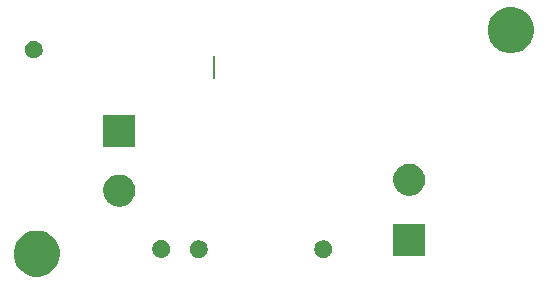
<source format=gbr>
G04 #@! TF.GenerationSoftware,KiCad,Pcbnew,5.0.2+dfsg1-1*
G04 #@! TF.CreationDate,2020-04-05T23:11:44-04:00*
G04 #@! TF.ProjectId,vreg-741,76726567-2d37-4343-912e-6b696361645f,rev?*
G04 #@! TF.SameCoordinates,Original*
G04 #@! TF.FileFunction,Soldermask,Bot*
G04 #@! TF.FilePolarity,Negative*
%FSLAX46Y46*%
G04 Gerber Fmt 4.6, Leading zero omitted, Abs format (unit mm)*
G04 Created by KiCad (PCBNEW 5.0.2+dfsg1-1) date Sun 05 Apr 2020 11:11:44 PM EDT*
%MOMM*%
%LPD*%
G01*
G04 APERTURE LIST*
%ADD10C,0.015875*%
%ADD11C,0.100000*%
G04 APERTURE END LIST*
D10*
X183105273Y-73518485D02*
X183168773Y-73518485D01*
X183138535Y-73518485D02*
X183138535Y-73482200D01*
X183105273Y-73482200D02*
X183168773Y-73482200D01*
X183108297Y-73427771D02*
X183105273Y-73433819D01*
X183105273Y-73445914D01*
X183108297Y-73451961D01*
X183114345Y-73454985D01*
X183138535Y-73454985D01*
X183144583Y-73451961D01*
X183147607Y-73445914D01*
X183147607Y-73433819D01*
X183144583Y-73427771D01*
X183138535Y-73424747D01*
X183132488Y-73424747D01*
X183126440Y-73454985D01*
X183147607Y-73355200D02*
X183105273Y-73343104D01*
X183135511Y-73331009D01*
X183105273Y-73318914D01*
X183147607Y-73306819D01*
X183105273Y-73282628D02*
X183168773Y-73282628D01*
X183105273Y-73255414D02*
X183138535Y-73255414D01*
X183144583Y-73258438D01*
X183147607Y-73264485D01*
X183147607Y-73273557D01*
X183144583Y-73279604D01*
X183141559Y-73282628D01*
X183105273Y-73216104D02*
X183108297Y-73222152D01*
X183111321Y-73225176D01*
X183117369Y-73228200D01*
X183135511Y-73228200D01*
X183141559Y-73225176D01*
X183144583Y-73222152D01*
X183147607Y-73216104D01*
X183147607Y-73207033D01*
X183144583Y-73200985D01*
X183141559Y-73197961D01*
X183135511Y-73194938D01*
X183117369Y-73194938D01*
X183111321Y-73197961D01*
X183108297Y-73200985D01*
X183105273Y-73207033D01*
X183105273Y-73216104D01*
X183105273Y-73119342D02*
X183168773Y-73119342D01*
X183105273Y-73092128D02*
X183138535Y-73092128D01*
X183144583Y-73095152D01*
X183147607Y-73101200D01*
X183147607Y-73110271D01*
X183144583Y-73116319D01*
X183141559Y-73119342D01*
X183108297Y-73037700D02*
X183105273Y-73043747D01*
X183105273Y-73055842D01*
X183108297Y-73061890D01*
X183114345Y-73064914D01*
X183138535Y-73064914D01*
X183144583Y-73061890D01*
X183147607Y-73055842D01*
X183147607Y-73043747D01*
X183144583Y-73037700D01*
X183138535Y-73034676D01*
X183132488Y-73034676D01*
X183126440Y-73064914D01*
X183108297Y-73010485D02*
X183105273Y-73004438D01*
X183105273Y-72992342D01*
X183108297Y-72986295D01*
X183114345Y-72983271D01*
X183117369Y-72983271D01*
X183123416Y-72986295D01*
X183126440Y-72992342D01*
X183126440Y-73001414D01*
X183129464Y-73007461D01*
X183135511Y-73010485D01*
X183138535Y-73010485D01*
X183144583Y-73007461D01*
X183147607Y-73001414D01*
X183147607Y-72992342D01*
X183144583Y-72986295D01*
X183105273Y-72956057D02*
X183147607Y-72956057D01*
X183168773Y-72956057D02*
X183165750Y-72959080D01*
X183162726Y-72956057D01*
X183165750Y-72953033D01*
X183168773Y-72956057D01*
X183162726Y-72956057D01*
X183108297Y-72928842D02*
X183105273Y-72922795D01*
X183105273Y-72910700D01*
X183108297Y-72904652D01*
X183114345Y-72901628D01*
X183117369Y-72901628D01*
X183123416Y-72904652D01*
X183126440Y-72910700D01*
X183126440Y-72919771D01*
X183129464Y-72925819D01*
X183135511Y-72928842D01*
X183138535Y-72928842D01*
X183144583Y-72925819D01*
X183147607Y-72919771D01*
X183147607Y-72910700D01*
X183144583Y-72904652D01*
X183147607Y-72883485D02*
X183147607Y-72859295D01*
X183168773Y-72874414D02*
X183114345Y-72874414D01*
X183108297Y-72871390D01*
X183105273Y-72865342D01*
X183105273Y-72859295D01*
X183105273Y-72810914D02*
X183138535Y-72810914D01*
X183144583Y-72813938D01*
X183147607Y-72819985D01*
X183147607Y-72832080D01*
X183144583Y-72838128D01*
X183108297Y-72810914D02*
X183105273Y-72816961D01*
X183105273Y-72832080D01*
X183108297Y-72838128D01*
X183114345Y-72841152D01*
X183120392Y-72841152D01*
X183126440Y-72838128D01*
X183129464Y-72832080D01*
X183129464Y-72816961D01*
X183132488Y-72810914D01*
X183147607Y-72789747D02*
X183147607Y-72765557D01*
X183168773Y-72780676D02*
X183114345Y-72780676D01*
X183108297Y-72777652D01*
X183105273Y-72771604D01*
X183105273Y-72765557D01*
X183108297Y-72720200D02*
X183105273Y-72726247D01*
X183105273Y-72738342D01*
X183108297Y-72744390D01*
X183114345Y-72747414D01*
X183138535Y-72747414D01*
X183144583Y-72744390D01*
X183147607Y-72738342D01*
X183147607Y-72726247D01*
X183144583Y-72720200D01*
X183138535Y-72717176D01*
X183132488Y-72717176D01*
X183126440Y-72747414D01*
X183108297Y-72692985D02*
X183105273Y-72686938D01*
X183105273Y-72674842D01*
X183108297Y-72668795D01*
X183114345Y-72665771D01*
X183117369Y-72665771D01*
X183123416Y-72668795D01*
X183126440Y-72674842D01*
X183126440Y-72683914D01*
X183129464Y-72689961D01*
X183135511Y-72692985D01*
X183138535Y-72692985D01*
X183144583Y-72689961D01*
X183147607Y-72683914D01*
X183147607Y-72674842D01*
X183144583Y-72668795D01*
X183105273Y-72590176D02*
X183147607Y-72590176D01*
X183168773Y-72590176D02*
X183165750Y-72593200D01*
X183162726Y-72590176D01*
X183165750Y-72587152D01*
X183168773Y-72590176D01*
X183162726Y-72590176D01*
X183108297Y-72562961D02*
X183105273Y-72556914D01*
X183105273Y-72544819D01*
X183108297Y-72538771D01*
X183114345Y-72535747D01*
X183117369Y-72535747D01*
X183123416Y-72538771D01*
X183126440Y-72544819D01*
X183126440Y-72553890D01*
X183129464Y-72559938D01*
X183135511Y-72562961D01*
X183138535Y-72562961D01*
X183144583Y-72559938D01*
X183147607Y-72553890D01*
X183147607Y-72544819D01*
X183144583Y-72538771D01*
X183108297Y-72463176D02*
X183105273Y-72457128D01*
X183105273Y-72445033D01*
X183108297Y-72438985D01*
X183114345Y-72435961D01*
X183117369Y-72435961D01*
X183123416Y-72438985D01*
X183126440Y-72445033D01*
X183126440Y-72454104D01*
X183129464Y-72460152D01*
X183135511Y-72463176D01*
X183138535Y-72463176D01*
X183144583Y-72460152D01*
X183147607Y-72454104D01*
X183147607Y-72445033D01*
X183144583Y-72438985D01*
X183105273Y-72399676D02*
X183108297Y-72405723D01*
X183111321Y-72408747D01*
X183117369Y-72411771D01*
X183135511Y-72411771D01*
X183141559Y-72408747D01*
X183144583Y-72405723D01*
X183147607Y-72399676D01*
X183147607Y-72390604D01*
X183144583Y-72384557D01*
X183141559Y-72381533D01*
X183135511Y-72378509D01*
X183117369Y-72378509D01*
X183111321Y-72381533D01*
X183108297Y-72384557D01*
X183105273Y-72390604D01*
X183105273Y-72399676D01*
X183105273Y-72351295D02*
X183147607Y-72351295D01*
X183141559Y-72351295D02*
X183144583Y-72348271D01*
X183147607Y-72342223D01*
X183147607Y-72333152D01*
X183144583Y-72327104D01*
X183138535Y-72324080D01*
X183105273Y-72324080D01*
X183138535Y-72324080D02*
X183144583Y-72321057D01*
X183147607Y-72315009D01*
X183147607Y-72305938D01*
X183144583Y-72299890D01*
X183138535Y-72296866D01*
X183105273Y-72296866D01*
X183108297Y-72242438D02*
X183105273Y-72248485D01*
X183105273Y-72260580D01*
X183108297Y-72266628D01*
X183114345Y-72269652D01*
X183138535Y-72269652D01*
X183144583Y-72266628D01*
X183147607Y-72260580D01*
X183147607Y-72248485D01*
X183144583Y-72242438D01*
X183138535Y-72239414D01*
X183132488Y-72239414D01*
X183126440Y-72269652D01*
X183147607Y-72221271D02*
X183147607Y-72197080D01*
X183168773Y-72212200D02*
X183114345Y-72212200D01*
X183108297Y-72209176D01*
X183105273Y-72203128D01*
X183105273Y-72197080D01*
X183105273Y-72175914D02*
X183147607Y-72175914D01*
X183168773Y-72175914D02*
X183165750Y-72178938D01*
X183162726Y-72175914D01*
X183165750Y-72172890D01*
X183168773Y-72175914D01*
X183162726Y-72175914D01*
X183105273Y-72145676D02*
X183147607Y-72145676D01*
X183141559Y-72145676D02*
X183144583Y-72142652D01*
X183147607Y-72136604D01*
X183147607Y-72127533D01*
X183144583Y-72121485D01*
X183138535Y-72118461D01*
X183105273Y-72118461D01*
X183138535Y-72118461D02*
X183144583Y-72115438D01*
X183147607Y-72109390D01*
X183147607Y-72100319D01*
X183144583Y-72094271D01*
X183138535Y-72091247D01*
X183105273Y-72091247D01*
X183108297Y-72036819D02*
X183105273Y-72042866D01*
X183105273Y-72054961D01*
X183108297Y-72061009D01*
X183114345Y-72064033D01*
X183138535Y-72064033D01*
X183144583Y-72061009D01*
X183147607Y-72054961D01*
X183147607Y-72042866D01*
X183144583Y-72036819D01*
X183138535Y-72033795D01*
X183132488Y-72033795D01*
X183126440Y-72064033D01*
X183108297Y-72009604D02*
X183105273Y-72003557D01*
X183105273Y-71991461D01*
X183108297Y-71985414D01*
X183114345Y-71982390D01*
X183117369Y-71982390D01*
X183123416Y-71985414D01*
X183126440Y-71991461D01*
X183126440Y-72000533D01*
X183129464Y-72006580D01*
X183135511Y-72009604D01*
X183138535Y-72009604D01*
X183144583Y-72006580D01*
X183147607Y-72000533D01*
X183147607Y-71991461D01*
X183144583Y-71985414D01*
X183108297Y-71909819D02*
X183105273Y-71903771D01*
X183105273Y-71891676D01*
X183108297Y-71885628D01*
X183114345Y-71882604D01*
X183117369Y-71882604D01*
X183123416Y-71885628D01*
X183126440Y-71891676D01*
X183126440Y-71900747D01*
X183129464Y-71906795D01*
X183135511Y-71909819D01*
X183138535Y-71909819D01*
X183144583Y-71906795D01*
X183147607Y-71900747D01*
X183147607Y-71891676D01*
X183144583Y-71885628D01*
X183105273Y-71828176D02*
X183138535Y-71828176D01*
X183144583Y-71831200D01*
X183147607Y-71837247D01*
X183147607Y-71849342D01*
X183144583Y-71855390D01*
X183108297Y-71828176D02*
X183105273Y-71834223D01*
X183105273Y-71849342D01*
X183108297Y-71855390D01*
X183114345Y-71858414D01*
X183120392Y-71858414D01*
X183126440Y-71855390D01*
X183129464Y-71849342D01*
X183129464Y-71834223D01*
X183132488Y-71828176D01*
X183147607Y-71803985D02*
X183105273Y-71788866D01*
X183147607Y-71773747D01*
X183108297Y-71725366D02*
X183105273Y-71731414D01*
X183105273Y-71743509D01*
X183108297Y-71749557D01*
X183114345Y-71752580D01*
X183138535Y-71752580D01*
X183144583Y-71749557D01*
X183147607Y-71743509D01*
X183147607Y-71731414D01*
X183144583Y-71725366D01*
X183138535Y-71722342D01*
X183132488Y-71722342D01*
X183126440Y-71752580D01*
X183105273Y-71667914D02*
X183168773Y-71667914D01*
X183108297Y-71667914D02*
X183105273Y-71673961D01*
X183105273Y-71686057D01*
X183108297Y-71692104D01*
X183111321Y-71695128D01*
X183117369Y-71698152D01*
X183135511Y-71698152D01*
X183141559Y-71695128D01*
X183144583Y-71692104D01*
X183147607Y-71686057D01*
X183147607Y-71673961D01*
X183144583Y-71667914D01*
D11*
G36*
X168717083Y-86515975D02*
X168717085Y-86515976D01*
X168717086Y-86515976D01*
X169072145Y-86663046D01*
X169072146Y-86663047D01*
X169391693Y-86876561D01*
X169663439Y-87148307D01*
X169663441Y-87148310D01*
X169876954Y-87467855D01*
X170011196Y-87791944D01*
X170024025Y-87822917D01*
X170099000Y-88199842D01*
X170099000Y-88584158D01*
X170069366Y-88733140D01*
X170024024Y-88961086D01*
X169876954Y-89316145D01*
X169876953Y-89316146D01*
X169663439Y-89635693D01*
X169391693Y-89907439D01*
X169391690Y-89907441D01*
X169072145Y-90120954D01*
X168717086Y-90268024D01*
X168717085Y-90268024D01*
X168717083Y-90268025D01*
X168340158Y-90343000D01*
X167955842Y-90343000D01*
X167578917Y-90268025D01*
X167578915Y-90268024D01*
X167578914Y-90268024D01*
X167223855Y-90120954D01*
X166904310Y-89907441D01*
X166904307Y-89907439D01*
X166632561Y-89635693D01*
X166419047Y-89316146D01*
X166419046Y-89316145D01*
X166271976Y-88961086D01*
X166226635Y-88733140D01*
X166197000Y-88584158D01*
X166197000Y-88199842D01*
X166271975Y-87822917D01*
X166284804Y-87791944D01*
X166419046Y-87467855D01*
X166632559Y-87148310D01*
X166632561Y-87148307D01*
X166904307Y-86876561D01*
X167223854Y-86663047D01*
X167223855Y-86663046D01*
X167578914Y-86515976D01*
X167578915Y-86515976D01*
X167578917Y-86515975D01*
X167955842Y-86441000D01*
X168340158Y-86441000D01*
X168717083Y-86515975D01*
X168717083Y-86515975D01*
G37*
G36*
X192537004Y-87271544D02*
X192624059Y-87288860D01*
X192760732Y-87345472D01*
X192760733Y-87345473D01*
X192883738Y-87427662D01*
X192988338Y-87532262D01*
X192988340Y-87532265D01*
X193070528Y-87655268D01*
X193127140Y-87791941D01*
X193156000Y-87937033D01*
X193156000Y-88084967D01*
X193127140Y-88230059D01*
X193070528Y-88366732D01*
X193070527Y-88366733D01*
X192988338Y-88489738D01*
X192883738Y-88594338D01*
X192883735Y-88594340D01*
X192760732Y-88676528D01*
X192624059Y-88733140D01*
X192537004Y-88750456D01*
X192478969Y-88762000D01*
X192331031Y-88762000D01*
X192272996Y-88750456D01*
X192185941Y-88733140D01*
X192049268Y-88676528D01*
X191926265Y-88594340D01*
X191926262Y-88594338D01*
X191821662Y-88489738D01*
X191739473Y-88366733D01*
X191739472Y-88366732D01*
X191682860Y-88230059D01*
X191654000Y-88084967D01*
X191654000Y-87937033D01*
X191682860Y-87791941D01*
X191739472Y-87655268D01*
X191821660Y-87532265D01*
X191821662Y-87532262D01*
X191926262Y-87427662D01*
X192049267Y-87345473D01*
X192049268Y-87345472D01*
X192185941Y-87288860D01*
X192272996Y-87271544D01*
X192331031Y-87260000D01*
X192478969Y-87260000D01*
X192537004Y-87271544D01*
X192537004Y-87271544D01*
G37*
G36*
X181996004Y-87271544D02*
X182083059Y-87288860D01*
X182219732Y-87345472D01*
X182219733Y-87345473D01*
X182342738Y-87427662D01*
X182447338Y-87532262D01*
X182447340Y-87532265D01*
X182529528Y-87655268D01*
X182586140Y-87791941D01*
X182615000Y-87937033D01*
X182615000Y-88084967D01*
X182586140Y-88230059D01*
X182529528Y-88366732D01*
X182529527Y-88366733D01*
X182447338Y-88489738D01*
X182342738Y-88594338D01*
X182342735Y-88594340D01*
X182219732Y-88676528D01*
X182083059Y-88733140D01*
X181996004Y-88750456D01*
X181937969Y-88762000D01*
X181790031Y-88762000D01*
X181731996Y-88750456D01*
X181644941Y-88733140D01*
X181508268Y-88676528D01*
X181385265Y-88594340D01*
X181385262Y-88594338D01*
X181280662Y-88489738D01*
X181198473Y-88366733D01*
X181198472Y-88366732D01*
X181141860Y-88230059D01*
X181113000Y-88084967D01*
X181113000Y-87937033D01*
X181141860Y-87791941D01*
X181198472Y-87655268D01*
X181280660Y-87532265D01*
X181280662Y-87532262D01*
X181385262Y-87427662D01*
X181508267Y-87345473D01*
X181508268Y-87345472D01*
X181644941Y-87288860D01*
X181731996Y-87271544D01*
X181790031Y-87260000D01*
X181937969Y-87260000D01*
X181996004Y-87271544D01*
X181996004Y-87271544D01*
G37*
G36*
X178818269Y-87260000D02*
X178908059Y-87277860D01*
X179044732Y-87334472D01*
X179061196Y-87345473D01*
X179167738Y-87416662D01*
X179272338Y-87521262D01*
X179272340Y-87521265D01*
X179354528Y-87644268D01*
X179411140Y-87780941D01*
X179440000Y-87926033D01*
X179440000Y-88073967D01*
X179411140Y-88219059D01*
X179354528Y-88355732D01*
X179354527Y-88355733D01*
X179272338Y-88478738D01*
X179167738Y-88583338D01*
X179167735Y-88583340D01*
X179044732Y-88665528D01*
X178908059Y-88722140D01*
X178821004Y-88739456D01*
X178762969Y-88751000D01*
X178615031Y-88751000D01*
X178556996Y-88739456D01*
X178469941Y-88722140D01*
X178333268Y-88665528D01*
X178210265Y-88583340D01*
X178210262Y-88583338D01*
X178105662Y-88478738D01*
X178023473Y-88355733D01*
X178023472Y-88355732D01*
X177966860Y-88219059D01*
X177938000Y-88073967D01*
X177938000Y-87926033D01*
X177966860Y-87780941D01*
X178023472Y-87644268D01*
X178105660Y-87521265D01*
X178105662Y-87521262D01*
X178210262Y-87416662D01*
X178316804Y-87345473D01*
X178333268Y-87334472D01*
X178469941Y-87277860D01*
X178559731Y-87260000D01*
X178615031Y-87249000D01*
X178762969Y-87249000D01*
X178818269Y-87260000D01*
X178818269Y-87260000D01*
G37*
G36*
X201045800Y-88574600D02*
X198343800Y-88574600D01*
X198343800Y-85872600D01*
X201045800Y-85872600D01*
X201045800Y-88574600D01*
X201045800Y-88574600D01*
G37*
G36*
X175396567Y-81732959D02*
X175527072Y-81758918D01*
X175772939Y-81860759D01*
X175993464Y-82008110D01*
X175994215Y-82008612D01*
X176182388Y-82196785D01*
X176182390Y-82196788D01*
X176330241Y-82418061D01*
X176379785Y-82537672D01*
X176432082Y-82663929D01*
X176484000Y-82924937D01*
X176484000Y-83191063D01*
X176458041Y-83321567D01*
X176432082Y-83452072D01*
X176330241Y-83697939D01*
X176182890Y-83918464D01*
X176182388Y-83919215D01*
X175994215Y-84107388D01*
X175994212Y-84107390D01*
X175772939Y-84255241D01*
X175527072Y-84357082D01*
X175396567Y-84383041D01*
X175266063Y-84409000D01*
X174999937Y-84409000D01*
X174869433Y-84383041D01*
X174738928Y-84357082D01*
X174493061Y-84255241D01*
X174271788Y-84107390D01*
X174271785Y-84107388D01*
X174083612Y-83919215D01*
X174083110Y-83918464D01*
X173935759Y-83697939D01*
X173833918Y-83452072D01*
X173807959Y-83321567D01*
X173782000Y-83191063D01*
X173782000Y-82924937D01*
X173833918Y-82663929D01*
X173886215Y-82537672D01*
X173935759Y-82418061D01*
X174083610Y-82196788D01*
X174083612Y-82196785D01*
X174271785Y-82008612D01*
X174272536Y-82008110D01*
X174493061Y-81860759D01*
X174738928Y-81758918D01*
X174869433Y-81732959D01*
X174999937Y-81707000D01*
X175266063Y-81707000D01*
X175396567Y-81732959D01*
X175396567Y-81732959D01*
G37*
G36*
X199958367Y-80818559D02*
X200088872Y-80844518D01*
X200334739Y-80946359D01*
X200555264Y-81093710D01*
X200556015Y-81094212D01*
X200744188Y-81282385D01*
X200744190Y-81282388D01*
X200892041Y-81503661D01*
X200976266Y-81707000D01*
X200993882Y-81749529D01*
X201045417Y-82008610D01*
X201045800Y-82010538D01*
X201045800Y-82276662D01*
X200993882Y-82537672D01*
X200892041Y-82783539D01*
X200744690Y-83004064D01*
X200744188Y-83004815D01*
X200556015Y-83192988D01*
X200556012Y-83192990D01*
X200334739Y-83340841D01*
X200088872Y-83442682D01*
X200041670Y-83452071D01*
X199827863Y-83494600D01*
X199561737Y-83494600D01*
X199347930Y-83452071D01*
X199300728Y-83442682D01*
X199054861Y-83340841D01*
X198833588Y-83192990D01*
X198833585Y-83192988D01*
X198645412Y-83004815D01*
X198644910Y-83004064D01*
X198497559Y-82783539D01*
X198395718Y-82537672D01*
X198343800Y-82276662D01*
X198343800Y-82010538D01*
X198344184Y-82008610D01*
X198395718Y-81749529D01*
X198413334Y-81707000D01*
X198497559Y-81503661D01*
X198645410Y-81282388D01*
X198645412Y-81282385D01*
X198833585Y-81094212D01*
X198834336Y-81093710D01*
X199054861Y-80946359D01*
X199300728Y-80844518D01*
X199431233Y-80818559D01*
X199561737Y-80792600D01*
X199827863Y-80792600D01*
X199958367Y-80818559D01*
X199958367Y-80818559D01*
G37*
G36*
X176484000Y-79329000D02*
X173782000Y-79329000D01*
X173782000Y-76627000D01*
X176484000Y-76627000D01*
X176484000Y-79329000D01*
X176484000Y-79329000D01*
G37*
G36*
X168026004Y-70380544D02*
X168113059Y-70397860D01*
X168249732Y-70454472D01*
X168249733Y-70454473D01*
X168372738Y-70536662D01*
X168477338Y-70641262D01*
X168477340Y-70641265D01*
X168559528Y-70764268D01*
X168616140Y-70900941D01*
X168632748Y-70984439D01*
X168645000Y-71046031D01*
X168645000Y-71193969D01*
X168644207Y-71197954D01*
X168616140Y-71339059D01*
X168559528Y-71475732D01*
X168559527Y-71475733D01*
X168477338Y-71598738D01*
X168372738Y-71703338D01*
X168372735Y-71703340D01*
X168249732Y-71785528D01*
X168113059Y-71842140D01*
X168026004Y-71859456D01*
X167967969Y-71871000D01*
X167820031Y-71871000D01*
X167761996Y-71859456D01*
X167674941Y-71842140D01*
X167538268Y-71785528D01*
X167415265Y-71703340D01*
X167415262Y-71703338D01*
X167310662Y-71598738D01*
X167228473Y-71475733D01*
X167228472Y-71475732D01*
X167171860Y-71339059D01*
X167143793Y-71197954D01*
X167143000Y-71193969D01*
X167143000Y-71046031D01*
X167155252Y-70984439D01*
X167171860Y-70900941D01*
X167228472Y-70764268D01*
X167310660Y-70641265D01*
X167310662Y-70641262D01*
X167415262Y-70536662D01*
X167538267Y-70454473D01*
X167538268Y-70454472D01*
X167674941Y-70397860D01*
X167761996Y-70380544D01*
X167820031Y-70369000D01*
X167967969Y-70369000D01*
X168026004Y-70380544D01*
X168026004Y-70380544D01*
G37*
G36*
X208849083Y-67592975D02*
X208849085Y-67592976D01*
X208849086Y-67592976D01*
X209204145Y-67740046D01*
X209204146Y-67740047D01*
X209523693Y-67953561D01*
X209795439Y-68225307D01*
X209795441Y-68225310D01*
X210008954Y-68544855D01*
X210156024Y-68899914D01*
X210231000Y-69276843D01*
X210231000Y-69661157D01*
X210156024Y-70038086D01*
X210008954Y-70393145D01*
X209967976Y-70454473D01*
X209795439Y-70712693D01*
X209523693Y-70984439D01*
X209523690Y-70984441D01*
X209204145Y-71197954D01*
X208849086Y-71345024D01*
X208849085Y-71345024D01*
X208849083Y-71345025D01*
X208472158Y-71420000D01*
X208087842Y-71420000D01*
X207710917Y-71345025D01*
X207710915Y-71345024D01*
X207710914Y-71345024D01*
X207355855Y-71197954D01*
X207036310Y-70984441D01*
X207036307Y-70984439D01*
X206764561Y-70712693D01*
X206592024Y-70454473D01*
X206551046Y-70393145D01*
X206403976Y-70038086D01*
X206329000Y-69661157D01*
X206329000Y-69276843D01*
X206403976Y-68899914D01*
X206551046Y-68544855D01*
X206764559Y-68225310D01*
X206764561Y-68225307D01*
X207036307Y-67953561D01*
X207355854Y-67740047D01*
X207355855Y-67740046D01*
X207710914Y-67592976D01*
X207710915Y-67592976D01*
X207710917Y-67592975D01*
X208087842Y-67518000D01*
X208472158Y-67518000D01*
X208849083Y-67592975D01*
X208849083Y-67592975D01*
G37*
M02*

</source>
